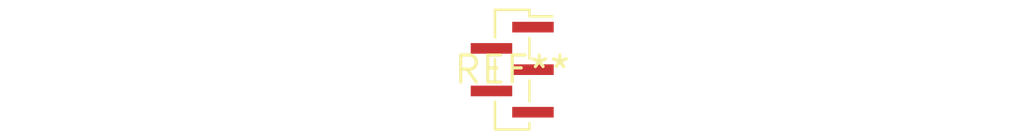
<source format=kicad_pcb>
(kicad_pcb (version 20240108) (generator pcbnew)
  (layers (0 "F.Cu" signal) (31 "B.Cu" signal) (34 "B.Paste" user) (35 "F.Paste" user) (36 "B.SilkS" user "B.Silkscreen") (37 "F.SilkS" user "F.Silkscreen") (38 "B.Mask" user) (39 "F.Mask" user) (44 "Edge.Cuts" user))
  (net 0 "")
  (footprint "PinSocket_1x05_P1.00mm_Vertical_SMD_Pin1Right" (layer "F.Cu") (at 0 0)
    (property "Reference" "REF**")
    (property "Value" "PinSocket_1x05_P1.00mm_Vertical_SMD_Pin1Right")
    (fp_line (start -0.81 -2.81) (end -0.81 -1.51) (layer "F.SilkS") (stroke (width 0.12)))
    (fp_line (start -0.81 -2.81) (end 0.81 -2.81) (layer "F.SilkS") (stroke (width 0.12)))
    (fp_line (start -0.81 -0.49) (end -0.81 0.49) (layer "F.SilkS") (stroke (width 0.12)))
    (fp_line (start -0.81 1.51) (end -0.81 2.81) (layer "F.SilkS") (stroke (width 0.12)))
    (fp_line (start -0.81 2.81) (end 0.81 2.81) (layer "F.SilkS") (stroke (width 0.12)))
    (fp_line (start 0.81 -2.81) (end 0.81 -2.51) (layer "F.SilkS") (stroke (width 0.12)))
    (fp_line (start 0.81 -2.51) (end 1.89 -2.51) (layer "F.SilkS") (stroke (width 0.12)))
    (fp_line (start 0.81 -1.49) (end 0.81 -0.51) (layer "F.SilkS") (stroke (width 0.12)))
    (fp_line (start 0.81 0.51) (end 0.81 1.49) (layer "F.SilkS") (stroke (width 0.12)))
    (fp_line (start 0.81 2.51) (end 0.81 2.81) (layer "F.SilkS") (stroke (width 0.12)))
    (pad "1" smd rect (at 0.975 -2) (size 1.95 0.5) (layers "F.Cu" "F.Paste" "F.Mask"))
    (pad "2" smd rect (at -0.975 -1) (size 1.95 0.5) (layers "F.Cu" "F.Paste" "F.Mask"))
    (pad "3" smd rect (at 0.975 0) (size 1.95 0.5) (layers "F.Cu" "F.Paste" "F.Mask"))
    (pad "4" smd rect (at -0.975 1) (size 1.95 0.5) (layers "F.Cu" "F.Paste" "F.Mask"))
    (pad "5" smd rect (at 0.975 2) (size 1.95 0.5) (layers "F.Cu" "F.Paste" "F.Mask"))
  )
)
</source>
